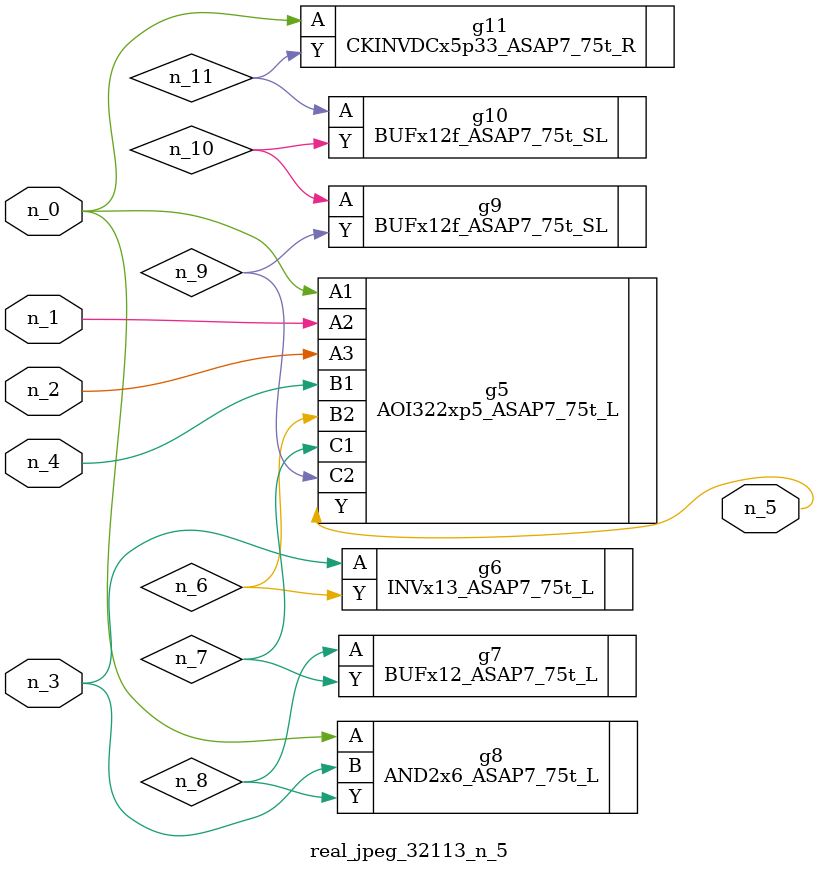
<source format=v>
module real_jpeg_32113_n_5 (n_4, n_0, n_1, n_2, n_3, n_5);

input n_4;
input n_0;
input n_1;
input n_2;
input n_3;

output n_5;

wire n_8;
wire n_11;
wire n_6;
wire n_7;
wire n_10;
wire n_9;

AOI322xp5_ASAP7_75t_L g5 ( 
.A1(n_0),
.A2(n_1),
.A3(n_2),
.B1(n_4),
.B2(n_6),
.C1(n_7),
.C2(n_9),
.Y(n_5)
);

AND2x6_ASAP7_75t_L g8 ( 
.A(n_0),
.B(n_3),
.Y(n_8)
);

CKINVDCx5p33_ASAP7_75t_R g11 ( 
.A(n_0),
.Y(n_11)
);

INVx13_ASAP7_75t_L g6 ( 
.A(n_3),
.Y(n_6)
);

BUFx12_ASAP7_75t_L g7 ( 
.A(n_8),
.Y(n_7)
);

BUFx12f_ASAP7_75t_SL g9 ( 
.A(n_10),
.Y(n_9)
);

BUFx12f_ASAP7_75t_SL g10 ( 
.A(n_11),
.Y(n_10)
);


endmodule
</source>
